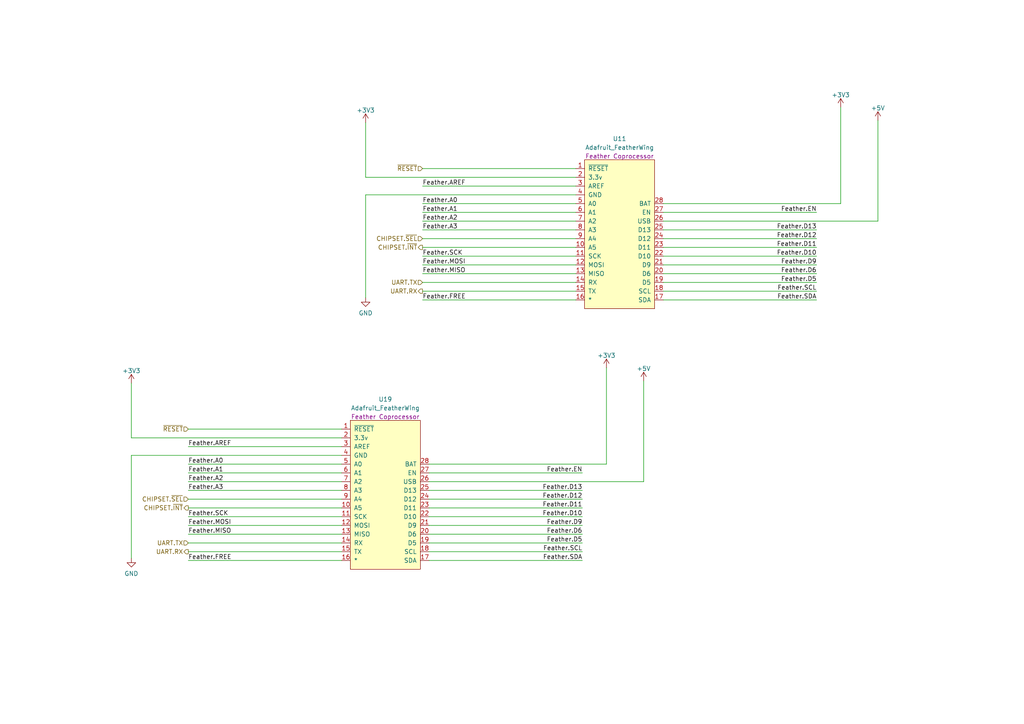
<source format=kicad_sch>
(kicad_sch (version 20211123) (generator eeschema)
  (paper "A4")
  (lib_symbols
    (symbol "NewICs:Adafruit_FeatherWing" (pin_names (offset 1.016))
      (property "Reference" "U21" (at 0 48.0228 0))
      (property "Value" "Adafruit_FeatherWing" (at 0 45.4859 0))
      (property "Function" "Feather Coprocessor 1" (at 0 0 0))
      (symbol "Adafruit_FeatherWing_0_1"
        (rectangle (start -10.16 44.45) (end 10.16 1.27) (fill (type background)))
      )
      (symbol "Adafruit_FeatherWing_1_1"
        (pin passive line (at -12.7 41.91 0) (length 2.54) (name "~{RESET}") (number "1"))
        (pin passive line (at -12.7 19.05 0) (length 2.54) (name "A5") (number "10"))
        (pin passive line (at -12.7 16.51 0) (length 2.54) (name "SCK") (number "11"))
        (pin passive line (at -12.7 13.97 0) (length 2.54) (name "MOSI") (number "12"))
        (pin passive line (at -12.7 11.43 0) (length 2.54) (name "MISO") (number "13"))
        (pin passive line (at -12.7 8.89 0) (length 2.54) (name "RX") (number "14"))
        (pin passive line (at -12.7 6.35 0) (length 2.54) (name "TX") (number "15"))
        (pin passive line (at -12.7 3.81 0) (length 2.54) (name "*") (number "16"))
        (pin passive line (at 12.7 3.81 180) (length 2.54) (name "SDA") (number "17"))
        (pin passive line (at 12.7 6.35 180) (length 2.54) (name "SCL") (number "18"))
        (pin passive line (at 12.7 8.89 180) (length 2.54) (name "D5") (number "19"))
        (pin power_in line (at -12.7 39.37 0) (length 2.54) (name "3.3v") (number "2"))
        (pin passive line (at 12.7 11.43 180) (length 2.54) (name "D6") (number "20"))
        (pin passive line (at 12.7 13.97 180) (length 2.54) (name "D9") (number "21"))
        (pin passive line (at 12.7 16.51 180) (length 2.54) (name "D10") (number "22"))
        (pin passive line (at 12.7 19.05 180) (length 2.54) (name "D11") (number "23"))
        (pin passive line (at 12.7 21.59 180) (length 2.54) (name "D12") (number "24"))
        (pin passive line (at 12.7 24.13 180) (length 2.54) (name "D13") (number "25"))
        (pin power_in line (at 12.7 26.67 180) (length 2.54) (name "USB") (number "26"))
        (pin input line (at 12.7 29.21 180) (length 2.54) (name "EN") (number "27"))
        (pin power_in line (at 12.7 31.75 180) (length 2.54) (name "BAT") (number "28"))
        (pin passive line (at -12.7 36.83 0) (length 2.54) (name "AREF") (number "3"))
        (pin power_in line (at -12.7 34.29 0) (length 2.54) (name "GND") (number "4"))
        (pin passive line (at -12.7 31.75 0) (length 2.54) (name "A0") (number "5"))
        (pin passive line (at -12.7 29.21 0) (length 2.54) (name "A1") (number "6"))
        (pin passive line (at -12.7 26.67 0) (length 2.54) (name "A2") (number "7"))
        (pin passive line (at -12.7 24.13 0) (length 2.54) (name "A3") (number "8"))
        (pin passive line (at -12.7 21.59 0) (length 2.54) (name "A4") (number "9"))
      )
    )
    (symbol "power:+3V3" (power) (pin_names (offset 0))
      (property "Value" "+3V3" (at 0 3.556 0))
      (symbol "+3V3_0_1"
        (polyline (pts (xy -0.762 1.27) (xy 0 2.54)))
        (polyline (pts (xy 0 0) (xy 0 2.54)))
        (polyline (pts (xy 0 2.54) (xy 0.762 1.27)))
      )
      (symbol "+3V3_1_1"
        (pin power_in line (at 0 0 90) (length 0) hide (name "+3V3") (number "1"))
      )
    )
    (symbol "power:+5V" (power) (pin_names (offset 0))
      (property "Value" "+5V" (at 0 3.556 0))
      (symbol "+5V_0_1"
        (polyline (pts (xy -0.762 1.27) (xy 0 2.54)))
        (polyline (pts (xy 0 0) (xy 0 2.54)))
        (polyline (pts (xy 0 2.54) (xy 0.762 1.27)))
      )
      (symbol "+5V_1_1"
        (pin power_in line (at 0 0 90) (length 0) hide (name "+5V") (number "1"))
      )
    )
    (symbol "power:GND" (power) (pin_names (offset 0))
      (property "Value" "GND" (at 0 -3.81 0))
      (symbol "GND_0_1"
        (polyline (pts (xy 0 0) (xy 0 -1.27) (xy 1.27 -1.27) (xy 0 -2.54) (xy -1.27 -1.27) (xy 0 -1.27)))
      )
      (symbol "GND_1_1"
        (pin power_in line (at 0 0 270) (length 0) hide (name "GND") (number "1"))
      )
    )
  )
  (wire (pts (xy 54.61 160.02) (xy 99.06 160.02)))
  (wire (pts (xy 124.46 154.94) (xy 168.91 154.94)))
  (wire (pts (xy 54.61 139.7) (xy 99.06 139.7)))
  (wire (pts (xy 122.555 53.975) (xy 167.005 53.975)))
  (wire (pts (xy 192.405 84.455) (xy 236.855 84.455)))
  (wire (pts (xy 124.46 137.16) (xy 168.91 137.16)))
  (wire (pts (xy 122.555 74.295) (xy 167.005 74.295)))
  (wire (pts (xy 192.405 81.915) (xy 236.855 81.915)))
  (wire (pts (xy 54.61 144.78) (xy 99.06 144.78)))
  (wire (pts (xy 124.46 157.48) (xy 168.91 157.48)))
  (wire (pts (xy 122.555 48.895) (xy 167.005 48.895)))
  (wire (pts (xy 54.61 137.16) (xy 99.06 137.16)))
  (wire (pts (xy 38.1 132.08) (xy 99.06 132.08)))
  (wire (pts (xy 106.045 35.56) (xy 106.045 51.435)))
  (wire (pts (xy 54.61 147.32) (xy 99.06 147.32)))
  (wire (pts (xy 192.405 61.595) (xy 236.855 61.595)))
  (wire (pts (xy 38.1 132.08) (xy 38.1 161.925)))
  (wire (pts (xy 54.61 154.94) (xy 99.06 154.94)))
  (wire (pts (xy 38.1 111.125) (xy 38.1 127)))
  (wire (pts (xy 122.555 76.835) (xy 167.005 76.835)))
  (wire (pts (xy 54.61 129.54) (xy 99.06 129.54)))
  (wire (pts (xy 243.84 59.055) (xy 243.84 31.115)))
  (wire (pts (xy 54.61 162.56) (xy 99.06 162.56)))
  (wire (pts (xy 192.405 66.675) (xy 236.855 66.675)))
  (wire (pts (xy 54.61 149.86) (xy 99.06 149.86)))
  (wire (pts (xy 38.1 127) (xy 99.06 127)))
  (wire (pts (xy 124.46 134.62) (xy 175.895 134.62)))
  (wire (pts (xy 192.405 69.215) (xy 236.855 69.215)))
  (wire (pts (xy 122.555 64.135) (xy 167.005 64.135)))
  (wire (pts (xy 124.46 162.56) (xy 168.91 162.56)))
  (wire (pts (xy 192.405 59.055) (xy 243.84 59.055)))
  (wire (pts (xy 106.045 56.515) (xy 106.045 86.36)))
  (wire (pts (xy 122.555 79.375) (xy 167.005 79.375)))
  (wire (pts (xy 124.46 152.4) (xy 168.91 152.4)))
  (wire (pts (xy 106.045 51.435) (xy 167.005 51.435)))
  (wire (pts (xy 54.61 124.46) (xy 99.06 124.46)))
  (wire (pts (xy 122.555 69.215) (xy 167.005 69.215)))
  (wire (pts (xy 122.555 61.595) (xy 167.005 61.595)))
  (wire (pts (xy 192.405 79.375) (xy 236.855 79.375)))
  (wire (pts (xy 175.895 134.62) (xy 175.895 106.68)))
  (wire (pts (xy 192.405 74.295) (xy 236.855 74.295)))
  (wire (pts (xy 124.46 160.02) (xy 168.91 160.02)))
  (wire (pts (xy 122.555 66.675) (xy 167.005 66.675)))
  (wire (pts (xy 192.405 64.135) (xy 254.635 64.135)))
  (wire (pts (xy 54.61 157.48) (xy 99.06 157.48)))
  (wire (pts (xy 124.46 149.86) (xy 168.91 149.86)))
  (wire (pts (xy 124.46 147.32) (xy 168.91 147.32)))
  (wire (pts (xy 106.045 56.515) (xy 167.005 56.515)))
  (wire (pts (xy 192.405 71.755) (xy 236.855 71.755)))
  (wire (pts (xy 54.61 134.62) (xy 99.06 134.62)))
  (wire (pts (xy 122.555 86.995) (xy 167.005 86.995)))
  (wire (pts (xy 124.46 142.24) (xy 168.91 142.24)))
  (wire (pts (xy 122.555 81.915) (xy 167.005 81.915)))
  (wire (pts (xy 124.46 139.7) (xy 186.69 139.7)))
  (wire (pts (xy 124.46 144.78) (xy 168.91 144.78)))
  (wire (pts (xy 54.61 152.4) (xy 99.06 152.4)))
  (wire (pts (xy 254.635 34.925) (xy 254.635 64.135)))
  (wire (pts (xy 122.555 84.455) (xy 167.005 84.455)))
  (wire (pts (xy 192.405 76.835) (xy 236.855 76.835)))
  (wire (pts (xy 54.61 142.24) (xy 99.06 142.24)))
  (wire (pts (xy 186.69 110.49) (xy 186.69 139.7)))
  (wire (pts (xy 122.555 59.055) (xy 167.005 59.055)))
  (wire (pts (xy 122.555 71.755) (xy 167.005 71.755)))
  (wire (pts (xy 192.405 86.995) (xy 236.855 86.995)))
  (label "Feather.SDA" (at 236.855 86.995 180))
  (label "Feather.D11" (at 236.855 71.755 180))
  (label "Feather.FREE" (at 122.555 86.995 0))
  (label "Feather.D6" (at 168.91 154.94 180))
  (label "Feather.D9" (at 168.91 152.4 180))
  (label "Feather.SCL" (at 168.91 160.02 180))
  (label "Feather.A3" (at 122.555 66.675 0))
  (label "Feather.A0" (at 122.555 59.055 0))
  (label "Feather.SCK" (at 54.61 149.86 0))
  (label "Feather.SCL" (at 236.855 84.455 180))
  (label "Feather.D10" (at 168.91 149.86 180))
  (label "Feather.D5" (at 236.855 81.915 180))
  (label "Feather.D6" (at 236.855 79.375 180))
  (label "Feather.MOSI" (at 54.61 152.4 0))
  (label "Feather.SCK" (at 122.555 74.295 0))
  (label "Feather.A3" (at 54.61 142.24 0))
  (label "Feather.FREE" (at 54.61 162.56 0))
  (label "Feather.D11" (at 168.91 147.32 180))
  (label "Feather.EN" (at 168.91 137.16 180))
  (label "Feather.AREF" (at 54.61 129.54 0))
  (label "Feather.MISO" (at 54.61 154.94 0))
  (label "Feather.A0" (at 54.61 134.62 0))
  (label "Feather.A1" (at 54.61 137.16 0))
  (label "Feather.D12" (at 168.91 144.78 180))
  (label "Feather.MOSI" (at 122.555 76.835 0))
  (label "Feather.D5" (at 168.91 157.48 180))
  (label "Feather.D12" (at 236.855 69.215 180))
  (label "Feather.A2" (at 54.61 139.7 0))
  (label "Feather.D13" (at 168.91 142.24 180))
  (label "Feather.MISO" (at 122.555 79.375 0))
  (label "Feather.A1" (at 122.555 61.595 0))
  (label "Feather.D13" (at 236.855 66.675 180))
  (label "Feather.SDA" (at 168.91 162.56 180))
  (label "Feather.AREF" (at 122.555 53.975 0))
  (label "Feather.EN" (at 236.855 61.595 180))
  (label "Feather.D9" (at 236.855 76.835 180))
  (label "Feather.D10" (at 236.855 74.295 180))
  (label "Feather.A2" (at 122.555 64.135 0))
  (hierarchical_label "CHIPSET.~{INT}" (shape output) (at 122.555 71.755 180))
  (hierarchical_label "~{RESET}" (shape input) (at 122.555 48.895 180))
  (hierarchical_label "UART.TX" (shape input) (at 54.61 157.48 180))
  (hierarchical_label "UART.RX" (shape output) (at 54.61 160.02 180))
  (hierarchical_label "~{RESET}" (shape input) (at 54.61 124.46 180))
  (hierarchical_label "CHIPSET.~{SEL}" (shape input) (at 54.61 144.78 180))
  (hierarchical_label "CHIPSET.~{SEL}" (shape input) (at 122.555 69.215 180))
  (hierarchical_label "CHIPSET.~{INT}" (shape output) (at 54.61 147.32 180))
  (hierarchical_label "UART.TX" (shape input) (at 122.555 81.915 180))
  (hierarchical_label "UART.RX" (shape output) (at 122.555 84.455 180))
  (symbol (lib_id "power:+3V3") (at 175.895 106.68 0) (unit 1)
    (property "Reference" "#PWR028" (effects hide))
    (property "Value" "+3V3" (at 175.895 103.1042 0))
  )
  (symbol (lib_id "NewICs:Adafruit_FeatherWing") (at 111.76 166.37 0) (unit 1)
    (property "Reference" "U19" (at 111.76 115.8104 0))
    (property "Value" "Adafruit_FeatherWing" (at 111.76 118.3473 0))
    (property "Footprint" "Module:Adafruit_Feather" (effects hide))
    (property "Function" "Feather Coprocessor" (at 111.76 120.8842 0))
  )
  (symbol (lib_id "power:GND") (at 38.1 161.925 0) (unit 1)
    (property "Reference" "#PWR015" (effects hide))
    (property "Value" "GND" (at 38.1 166.3684 0))
  )
  (symbol (lib_id "power:+3V3") (at 243.84 31.115 0) (unit 1)
    (property "Reference" "#PWR029" (effects hide))
    (property "Value" "+3V3" (at 243.84 27.5392 0))
  )
  (symbol (lib_id "power:+3V3") (at 38.1 111.125 0) (unit 1)
    (property "Reference" "#PWR016" (effects hide))
    (property "Value" "+3V3" (at 38.1 107.5492 0))
  )
  (symbol (lib_id "power:GND") (at 106.045 86.36 0) (unit 1)
    (property "Reference" "#PWR027" (effects hide))
    (property "Value" "GND" (at 106.045 90.8034 0))
  )
  (symbol (lib_id "power:+5V") (at 254.635 34.925 0) (unit 1)
    (property "Reference" "#PWR033" (effects hide))
    (property "Value" "+5V" (at 254.635 31.3492 0))
  )
  (symbol (lib_id "NewICs:Adafruit_FeatherWing") (at 179.705 90.805 0) (unit 1)
    (property "Reference" "U11" (at 179.705 40.2454 0))
    (property "Value" "Adafruit_FeatherWing" (at 179.705 42.7823 0))
    (property "Footprint" "Module:Adafruit_Feather" (effects hide))
    (property "Function" "Feather Coprocessor" (at 179.705 45.3192 0))
  )
  (symbol (lib_id "power:+5V") (at 186.69 110.49 0) (unit 1)
    (property "Reference" "#PWR018" (effects hide))
    (property "Value" "+5V" (at 186.69 106.9142 0))
  )
  (symbol (lib_id "power:+3V3") (at 106.045 35.56 0) (unit 1)
    (property "Reference" "#PWR026" (effects hide))
    (property "Value" "+3V3" (at 106.045 31.9842 0))
  )
)
</source>
